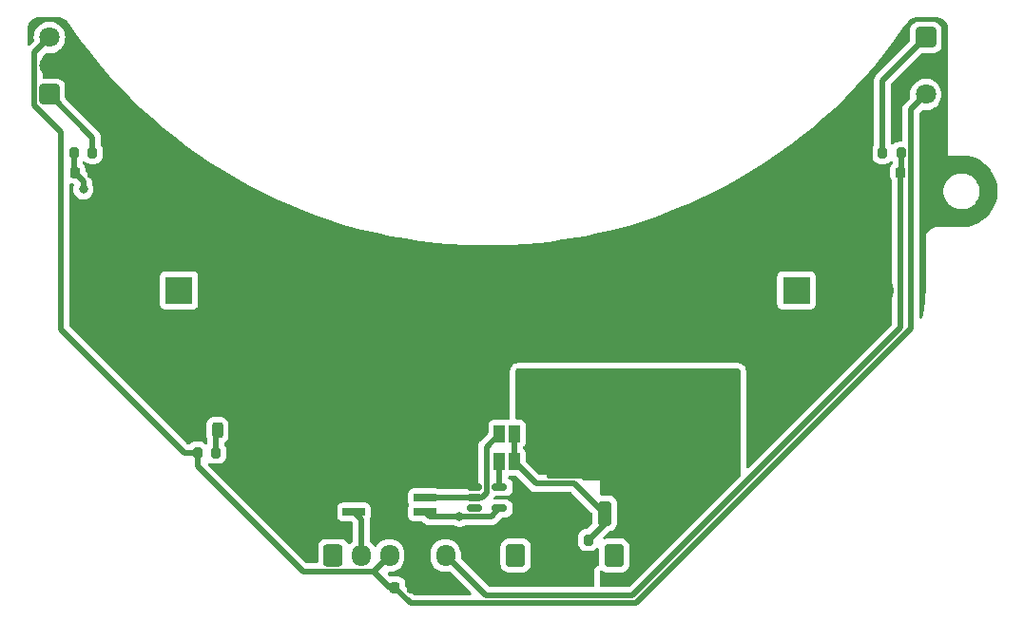
<source format=gbr>
%TF.GenerationSoftware,KiCad,Pcbnew,8.0.1*%
%TF.CreationDate,2024-05-24T22:30:20+09:00*%
%TF.ProjectId,Kicker-20240411,4b69636b-6572-42d3-9230-323430343131,rev?*%
%TF.SameCoordinates,Original*%
%TF.FileFunction,Copper,L2,Bot*%
%TF.FilePolarity,Positive*%
%FSLAX46Y46*%
G04 Gerber Fmt 4.6, Leading zero omitted, Abs format (unit mm)*
G04 Created by KiCad (PCBNEW 8.0.1) date 2024-05-24 22:30:20*
%MOMM*%
%LPD*%
G01*
G04 APERTURE LIST*
G04 Aperture macros list*
%AMRoundRect*
0 Rectangle with rounded corners*
0 $1 Rounding radius*
0 $2 $3 $4 $5 $6 $7 $8 $9 X,Y pos of 4 corners*
0 Add a 4 corners polygon primitive as box body*
4,1,4,$2,$3,$4,$5,$6,$7,$8,$9,$2,$3,0*
0 Add four circle primitives for the rounded corners*
1,1,$1+$1,$2,$3*
1,1,$1+$1,$4,$5*
1,1,$1+$1,$6,$7*
1,1,$1+$1,$8,$9*
0 Add four rect primitives between the rounded corners*
20,1,$1+$1,$2,$3,$4,$5,0*
20,1,$1+$1,$4,$5,$6,$7,0*
20,1,$1+$1,$6,$7,$8,$9,0*
20,1,$1+$1,$8,$9,$2,$3,0*%
G04 Aperture macros list end*
%TA.AperFunction,SMDPad,CuDef*%
%ADD10R,2.000000X0.640000*%
%TD*%
%TA.AperFunction,SMDPad,CuDef*%
%ADD11RoundRect,0.200000X-0.200000X-0.275000X0.200000X-0.275000X0.200000X0.275000X-0.200000X0.275000X0*%
%TD*%
%TA.AperFunction,ComponentPad*%
%ADD12R,2.400000X2.400000*%
%TD*%
%TA.AperFunction,ComponentPad*%
%ADD13C,2.400000*%
%TD*%
%TA.AperFunction,ComponentPad*%
%ADD14RoundRect,0.250000X-0.600000X-0.750000X0.600000X-0.750000X0.600000X0.750000X-0.600000X0.750000X0*%
%TD*%
%TA.AperFunction,ComponentPad*%
%ADD15O,1.700000X2.000000*%
%TD*%
%TA.AperFunction,ComponentPad*%
%ADD16RoundRect,0.250200X-0.649800X0.649800X-0.649800X-0.649800X0.649800X-0.649800X0.649800X0.649800X0*%
%TD*%
%TA.AperFunction,ComponentPad*%
%ADD17C,1.800000*%
%TD*%
%TA.AperFunction,ComponentPad*%
%ADD18RoundRect,0.250000X-0.600000X-0.725000X0.600000X-0.725000X0.600000X0.725000X-0.600000X0.725000X0*%
%TD*%
%TA.AperFunction,ComponentPad*%
%ADD19O,1.700000X1.950000*%
%TD*%
%TA.AperFunction,ComponentPad*%
%ADD20RoundRect,0.250200X0.649800X-0.649800X0.649800X0.649800X-0.649800X0.649800X-0.649800X-0.649800X0*%
%TD*%
%TA.AperFunction,SMDPad,CuDef*%
%ADD21RoundRect,0.225000X-0.225000X-0.250000X0.225000X-0.250000X0.225000X0.250000X-0.225000X0.250000X0*%
%TD*%
%TA.AperFunction,SMDPad,CuDef*%
%ADD22RoundRect,0.250000X0.350000X-0.850000X0.350000X0.850000X-0.350000X0.850000X-0.350000X-0.850000X0*%
%TD*%
%TA.AperFunction,SMDPad,CuDef*%
%ADD23RoundRect,0.250000X1.125000X-1.275000X1.125000X1.275000X-1.125000X1.275000X-1.125000X-1.275000X0*%
%TD*%
%TA.AperFunction,SMDPad,CuDef*%
%ADD24RoundRect,0.249997X2.650003X-2.950003X2.650003X2.950003X-2.650003X2.950003X-2.650003X-2.950003X0*%
%TD*%
%TA.AperFunction,SMDPad,CuDef*%
%ADD25RoundRect,0.200000X0.200000X0.275000X-0.200000X0.275000X-0.200000X-0.275000X0.200000X-0.275000X0*%
%TD*%
%TA.AperFunction,SMDPad,CuDef*%
%ADD26RoundRect,0.243750X-0.243750X-0.456250X0.243750X-0.456250X0.243750X0.456250X-0.243750X0.456250X0*%
%TD*%
%TA.AperFunction,SMDPad,CuDef*%
%ADD27R,1.000000X1.500000*%
%TD*%
%TA.AperFunction,SMDPad,CuDef*%
%ADD28RoundRect,0.225000X0.225000X0.250000X-0.225000X0.250000X-0.225000X-0.250000X0.225000X-0.250000X0*%
%TD*%
%TA.AperFunction,SMDPad,CuDef*%
%ADD29RoundRect,0.150000X-0.512500X-0.150000X0.512500X-0.150000X0.512500X0.150000X-0.512500X0.150000X0*%
%TD*%
%TA.AperFunction,ViaPad*%
%ADD30C,0.800000*%
%TD*%
%TA.AperFunction,Conductor*%
%ADD31C,0.500000*%
%TD*%
G04 APERTURE END LIST*
D10*
%TO.P,PHOTO-C.,1,Anode*%
%TO.N,KickerSignal-main*%
X168100000Y-117770000D03*
%TO.P,PHOTO-C.,3,Cathode*%
%TO.N,GND*%
X168100000Y-115230000D03*
%TO.P,PHOTO-C.,4,GND*%
X174400000Y-115230000D03*
%TO.P,PHOTO-C.,5,VO*%
%TO.N,KickerSignal*%
X174400000Y-116500000D03*
%TO.P,PHOTO-C.,6,VCC*%
%TO.N,+3.3V*%
X174400000Y-117770000D03*
%TD*%
D11*
%TO.P,R2,1*%
%TO.N,+3.3V*%
X154175000Y-112500000D03*
%TO.P,R2,2*%
%TO.N,Net-(D3-A)*%
X155825000Y-112500000D03*
%TD*%
D12*
%TO.P,C3,1*%
%TO.N,KickerPower*%
X152512755Y-98000000D03*
D13*
%TO.P,C3,2*%
%TO.N,GND*%
X145012755Y-98000000D03*
%TD*%
D14*
%TO.P,VIN,1,Pin_1*%
%TO.N,VCC*%
X182500000Y-121650000D03*
D15*
%TO.P,VIN,2,Pin_2*%
%TO.N,GND*%
X185000000Y-121650000D03*
%TD*%
D16*
%TO.P,U3,1,OUT*%
%TO.N,Net-(U3-OUT)*%
X219025000Y-75460000D03*
D17*
%TO.P,U3,2,GND*%
%TO.N,GND*%
X219025000Y-78000000D03*
%TO.P,U3,3,Vs*%
%TO.N,+3.3V*%
X219025000Y-80540000D03*
%TD*%
D18*
%TO.P,TO-MD,1,Pin_1*%
%TO.N,ball02k*%
X166250000Y-121650000D03*
D19*
%TO.P,TO-MD,2,Pin_2*%
%TO.N,KickerSignal-main*%
X168750000Y-121650000D03*
%TO.P,TO-MD,3,Pin_3*%
%TO.N,+3.3V*%
X171250000Y-121650000D03*
%TO.P,TO-MD,4,Pin_4*%
%TO.N,GND*%
X173750000Y-121650000D03*
%TO.P,TO-MD,5,Pin_5*%
%TO.N,ball01k*%
X176250000Y-121650000D03*
%TD*%
D14*
%TO.P,KI.,1,Pin_1*%
%TO.N,KickerPower*%
X191250000Y-121650000D03*
D15*
%TO.P,KI.,2,Pin_2*%
%TO.N,Net-(J3-Pin_2)*%
X193750000Y-121650000D03*
%TD*%
D17*
%TO.P,U4,3,Vs*%
%TO.N,+3.3V*%
X140975000Y-75460000D03*
%TO.P,U4,2,GND*%
%TO.N,GND*%
X140975000Y-78000000D03*
D20*
%TO.P,U4,1,OUT*%
%TO.N,Net-(U4-OUT)*%
X140975000Y-80540000D03*
%TD*%
D12*
%TO.P,C4,1*%
%TO.N,KickerPower*%
X207487246Y-98000000D03*
D13*
%TO.P,C4,2*%
%TO.N,GND*%
X214987246Y-98000000D03*
%TD*%
D21*
%TO.P,C6,1*%
%TO.N,ball02k*%
X143225000Y-87500000D03*
%TO.P,C6,2*%
%TO.N,GND*%
X144775000Y-87500000D03*
%TD*%
D22*
%TO.P,Q1,1,G*%
%TO.N,Net-(JP1-B)*%
X190405000Y-117890000D03*
D23*
%TO.P,Q1,2,D*%
%TO.N,Net-(J3-Pin_2)*%
X186600000Y-113265000D03*
X189650000Y-113265000D03*
D24*
X188125000Y-111590000D03*
D23*
X186600000Y-109915000D03*
X189650000Y-109915000D03*
D22*
%TO.P,Q1,3,S*%
%TO.N,GND*%
X185845000Y-117890000D03*
%TD*%
D25*
%TO.P,R4,1*%
%TO.N,Net-(U4-OUT)*%
X144825000Y-85750000D03*
%TO.P,R4,2*%
%TO.N,ball02k*%
X143175000Y-85750000D03*
%TD*%
D26*
%TO.P,PWR,1,K*%
%TO.N,GND*%
X154062500Y-110500000D03*
%TO.P,PWR,2,A*%
%TO.N,Net-(D3-A)*%
X155937500Y-110500000D03*
%TD*%
D27*
%TO.P,DIR.,1,A*%
%TO.N,KickerSignal*%
X181062500Y-110800000D03*
%TO.P,DIR.,2,B*%
%TO.N,Net-(JP1-B)*%
X182362500Y-110800000D03*
%TD*%
D11*
%TO.P,R3,1*%
%TO.N,Net-(U3-OUT)*%
X215175000Y-85750000D03*
%TO.P,R3,2*%
%TO.N,ball01k*%
X216825000Y-85750000D03*
%TD*%
D21*
%TO.P,C2,1*%
%TO.N,+3.3V*%
X171725000Y-124500000D03*
%TO.P,C2,2*%
%TO.N,GND*%
X173275000Y-124500000D03*
%TD*%
D27*
%TO.P,NOT,1,A*%
%TO.N,Net-(JP2-A)*%
X181062500Y-113300000D03*
%TO.P,NOT,2,B*%
%TO.N,Net-(JP1-B)*%
X182362500Y-113300000D03*
%TD*%
D28*
%TO.P,C5,1*%
%TO.N,ball01k*%
X216775000Y-87500000D03*
%TO.P,C5,2*%
%TO.N,GND*%
X215225000Y-87500000D03*
%TD*%
D29*
%TO.P,NOT,1*%
%TO.N,N/C*%
X178787500Y-117450000D03*
%TO.P,NOT,2*%
%TO.N,KickerSignal*%
X178787500Y-116500000D03*
%TO.P,NOT,3,GND*%
%TO.N,GND*%
X178787500Y-115550000D03*
%TO.P,NOT,4*%
%TO.N,Net-(JP2-A)*%
X181062500Y-115550000D03*
%TO.P,NOT,5,VCC*%
%TO.N,+3.3V*%
X181062500Y-117450000D03*
%TD*%
D25*
%TO.P,R1,1*%
%TO.N,Net-(JP1-B)*%
X188950000Y-120275000D03*
%TO.P,R1,2*%
%TO.N,GND*%
X187300000Y-120275000D03*
%TD*%
D30*
%TO.N,+3.3V*%
X177500000Y-118200000D03*
%TO.N,ball02k*%
X144000000Y-89000000D03*
%TD*%
D31*
%TO.N,+3.3V*%
X139625000Y-76810000D02*
X140975000Y-75460000D01*
X139625000Y-81486766D02*
X139625000Y-76810000D01*
X142015591Y-83877357D02*
X139625000Y-81486766D01*
X153000000Y-112500000D02*
X142015591Y-101515591D01*
X154175000Y-112500000D02*
X153000000Y-112500000D01*
X142015591Y-101515591D02*
X142015591Y-83877357D01*
%TO.N,Net-(U4-OUT)*%
X144825000Y-84390000D02*
X140975000Y-80540000D01*
X144825000Y-85750000D02*
X144825000Y-84390000D01*
%TO.N,+3.3V*%
X217675000Y-81890000D02*
X219025000Y-80540000D01*
X217675000Y-101449682D02*
X217675000Y-81890000D01*
%TO.N,Net-(U3-OUT)*%
X215175000Y-79310000D02*
X219025000Y-75460000D01*
X215175000Y-85750000D02*
X215175000Y-79310000D01*
%TO.N,+3.3V*%
X174830000Y-118200000D02*
X174400000Y-117770000D01*
X180312500Y-118200000D02*
X174830000Y-118200000D01*
X181062500Y-117450000D02*
X180312500Y-118200000D01*
%TO.N,KickerSignal*%
X179900000Y-111962500D02*
X181062500Y-110800000D01*
X179900000Y-116100000D02*
X179900000Y-111962500D01*
X179500000Y-116500000D02*
X179900000Y-116100000D01*
X178787500Y-116500000D02*
X179500000Y-116500000D01*
%TO.N,ball01k*%
X216775000Y-101359732D02*
X216775000Y-87500000D01*
X192913307Y-125221425D02*
X216775000Y-101359732D01*
X179821425Y-125221425D02*
X192913307Y-125221425D01*
X176250000Y-121650000D02*
X179821425Y-125221425D01*
%TO.N,+3.3V*%
X193203257Y-125921425D02*
X217675000Y-101449682D01*
X173146425Y-125921425D02*
X193203257Y-125921425D01*
X171725000Y-124500000D02*
X173146425Y-125921425D01*
%TO.N,ball01k*%
X216825000Y-87450000D02*
X216775000Y-87500000D01*
X216825000Y-85750000D02*
X216825000Y-87450000D01*
%TO.N,+3.3V*%
X163575000Y-123075000D02*
X169825000Y-123075000D01*
X154175000Y-112500000D02*
X154175000Y-113675000D01*
X154175000Y-113675000D02*
X163575000Y-123075000D01*
%TO.N,ball02k*%
X144000000Y-88275000D02*
X143225000Y-87500000D01*
X144000000Y-89000000D02*
X144000000Y-88275000D01*
%TO.N,Net-(D3-A)*%
X155825000Y-110612500D02*
X155937500Y-110500000D01*
X155825000Y-112500000D02*
X155825000Y-110612500D01*
%TO.N,+3.3V*%
X171725000Y-124500000D02*
X171250000Y-124500000D01*
X171250000Y-124500000D02*
X169825000Y-123075000D01*
X169825000Y-123075000D02*
X171250000Y-121650000D01*
%TO.N,ball02k*%
X143175000Y-87450000D02*
X143225000Y-87500000D01*
X143175000Y-85750000D02*
X143175000Y-87450000D01*
%TO.N,KickerSignal-main*%
X168750000Y-121650000D02*
X168750000Y-118420000D01*
X168750000Y-118420000D02*
X168100000Y-117770000D01*
%TO.N,Net-(JP1-B)*%
X184302500Y-115240000D02*
X182362500Y-113300000D01*
X182362500Y-110800000D02*
X182362500Y-113300000D01*
X190405000Y-117890000D02*
X187755000Y-115240000D01*
X188950000Y-120275000D02*
X190405000Y-118820000D01*
X187755000Y-115240000D02*
X184302500Y-115240000D01*
X190405000Y-118820000D02*
X190405000Y-117890000D01*
%TO.N,Net-(JP2-A)*%
X181062500Y-115550000D02*
X181062500Y-113300000D01*
%TO.N,KickerSignal*%
X174400000Y-116500000D02*
X175362500Y-116500000D01*
X178787500Y-116500000D02*
X174400000Y-116500000D01*
%TD*%
%TA.AperFunction,Conductor*%
%TO.N,GND*%
G36*
X141831118Y-73671461D02*
G01*
X141833143Y-73671509D01*
X141916911Y-73673521D01*
X141938039Y-73675853D01*
X142107802Y-73709518D01*
X142130986Y-73716527D01*
X142283002Y-73779285D01*
X142289574Y-73781998D01*
X142310963Y-73793390D01*
X142453779Y-73888449D01*
X142472544Y-73903784D01*
X142595217Y-74025873D01*
X142608932Y-74042088D01*
X142658685Y-74112327D01*
X142660137Y-74114423D01*
X143033861Y-74665718D01*
X143811224Y-75750644D01*
X144607270Y-76794797D01*
X144620405Y-76812025D01*
X145460709Y-77848949D01*
X145460724Y-77848966D01*
X146331393Y-78860500D01*
X147073106Y-79672229D01*
X147231689Y-79845782D01*
X148160807Y-80803935D01*
X149117931Y-81734115D01*
X150102217Y-82635503D01*
X150102226Y-82635511D01*
X151112813Y-83507317D01*
X152148795Y-84348762D01*
X153209250Y-85159096D01*
X153209270Y-85159110D01*
X153209280Y-85159118D01*
X154293333Y-85937674D01*
X155399996Y-86683740D01*
X156528297Y-87396662D01*
X157677242Y-88075811D01*
X158845822Y-88720590D01*
X160033009Y-89330432D01*
X160033030Y-89330442D01*
X161237768Y-89904806D01*
X162458983Y-90443180D01*
X162458996Y-90443185D01*
X162459009Y-90443191D01*
X163695689Y-90945130D01*
X164946710Y-91410175D01*
X165554101Y-91615675D01*
X166210958Y-91837913D01*
X167487349Y-92227978D01*
X167487360Y-92227981D01*
X168774755Y-92580022D01*
X170072024Y-92893733D01*
X170072029Y-92893734D01*
X170072033Y-92893735D01*
X170096159Y-92898817D01*
X171378024Y-93168835D01*
X172691609Y-93405089D01*
X173515697Y-93528199D01*
X174011633Y-93602287D01*
X174945934Y-93713649D01*
X175336901Y-93760250D01*
X176666282Y-93878846D01*
X177998596Y-93957968D01*
X177998598Y-93957968D01*
X177998614Y-93957969D01*
X179332654Y-93997546D01*
X180667330Y-93997546D01*
X180667346Y-93997546D01*
X182001385Y-93957969D01*
X182001399Y-93957968D01*
X182001404Y-93957968D01*
X183333718Y-93878846D01*
X184663099Y-93760250D01*
X185249549Y-93690348D01*
X185988366Y-93602287D01*
X186126952Y-93581583D01*
X187308391Y-93405089D01*
X188621976Y-93168835D01*
X189927976Y-92893733D01*
X191225245Y-92580022D01*
X192512640Y-92227981D01*
X193789029Y-91837917D01*
X195053290Y-91410175D01*
X196304311Y-90945130D01*
X197540991Y-90443191D01*
X198065077Y-90212147D01*
X198762231Y-89904806D01*
X198762235Y-89904803D01*
X198762242Y-89904801D01*
X199966991Y-89330432D01*
X201154178Y-88720590D01*
X202322758Y-88075811D01*
X203471703Y-87396662D01*
X204600004Y-86683740D01*
X205706667Y-85937674D01*
X206790720Y-85159118D01*
X206989506Y-85007218D01*
X207851204Y-84348762D01*
X208522605Y-83803437D01*
X208887200Y-83507306D01*
X209897783Y-82635503D01*
X210882069Y-81734115D01*
X211839193Y-80803935D01*
X212768311Y-79845782D01*
X213325423Y-79236079D01*
X213668606Y-78860500D01*
X213928623Y-78558414D01*
X214539291Y-77848949D01*
X215379595Y-76812025D01*
X216188779Y-75750640D01*
X216966134Y-74665725D01*
X217339923Y-74114332D01*
X217341275Y-74112380D01*
X217391559Y-74041288D01*
X217405516Y-74024813D01*
X217529828Y-73901639D01*
X217548848Y-73886199D01*
X217693731Y-73790682D01*
X217715408Y-73779289D01*
X217876256Y-73714123D01*
X217899733Y-73707219D01*
X218071706Y-73674681D01*
X218093190Y-73672532D01*
X218180647Y-73671435D01*
X218182202Y-73671425D01*
X219998608Y-73671425D01*
X220001413Y-73671457D01*
X220004228Y-73671520D01*
X220087481Y-73673404D01*
X220108854Y-73675754D01*
X220265306Y-73706875D01*
X220279058Y-73709611D01*
X220302319Y-73716667D01*
X220397651Y-73756155D01*
X220453491Y-73779285D01*
X220461333Y-73782533D01*
X220482772Y-73793993D01*
X220625883Y-73889619D01*
X220644673Y-73905040D01*
X220766375Y-74026745D01*
X220781796Y-74045536D01*
X220877418Y-74188649D01*
X220888877Y-74210087D01*
X220954740Y-74369103D01*
X220961796Y-74392366D01*
X220995649Y-74562577D01*
X220997999Y-74583929D01*
X220999969Y-74670093D01*
X221000001Y-74672867D01*
X221000001Y-85971425D01*
X222199170Y-85971425D01*
X222200873Y-85971437D01*
X222373459Y-85973808D01*
X222385638Y-85974575D01*
X222729528Y-86013323D01*
X222743231Y-86015651D01*
X223079791Y-86092469D01*
X223093135Y-86096312D01*
X223418998Y-86210336D01*
X223431834Y-86215653D01*
X223431928Y-86215699D01*
X223742857Y-86365435D01*
X223755025Y-86372160D01*
X224035638Y-86548481D01*
X224047325Y-86555824D01*
X224058663Y-86563869D01*
X224208956Y-86683723D01*
X224328564Y-86779107D01*
X224338932Y-86788373D01*
X224583026Y-87032467D01*
X224592292Y-87042835D01*
X224807528Y-87312733D01*
X224815575Y-87324074D01*
X224999238Y-87616372D01*
X225005964Y-87628542D01*
X225155743Y-87939560D01*
X225161065Y-87952407D01*
X225275084Y-88278255D01*
X225278933Y-88291618D01*
X225355747Y-88628166D01*
X225358076Y-88641874D01*
X225396728Y-88984909D01*
X225397508Y-88998793D01*
X225397508Y-89344006D01*
X225396728Y-89357890D01*
X225358076Y-89700925D01*
X225355747Y-89714633D01*
X225278933Y-90051181D01*
X225275084Y-90064544D01*
X225161065Y-90390392D01*
X225155743Y-90403239D01*
X225005964Y-90714257D01*
X224999238Y-90726427D01*
X224815575Y-91018725D01*
X224807528Y-91030066D01*
X224592292Y-91299964D01*
X224583026Y-91310332D01*
X224338932Y-91554426D01*
X224328564Y-91563692D01*
X224058666Y-91778928D01*
X224047325Y-91786975D01*
X223755027Y-91970638D01*
X223742857Y-91977364D01*
X223431839Y-92127143D01*
X223418992Y-92132465D01*
X223093144Y-92246484D01*
X223079781Y-92250333D01*
X222743233Y-92327147D01*
X222729525Y-92329476D01*
X222385626Y-92368225D01*
X222373480Y-92368993D01*
X222200856Y-92371413D01*
X222199118Y-92371425D01*
X219999990Y-92371425D01*
X219901724Y-92373650D01*
X219708968Y-92411993D01*
X219708964Y-92411994D01*
X219527382Y-92487208D01*
X219527376Y-92487211D01*
X219363964Y-92596402D01*
X219363958Y-92596407D01*
X219224991Y-92735377D01*
X219224987Y-92735382D01*
X219115801Y-92898795D01*
X219115794Y-92898808D01*
X219040587Y-93080385D01*
X219040585Y-93080392D01*
X219002248Y-93273151D01*
X219000001Y-93371442D01*
X219000001Y-98170890D01*
X218999996Y-98171989D01*
X218997503Y-98453175D01*
X218997192Y-98460922D01*
X218957030Y-99022437D01*
X218956084Y-99031239D01*
X218876042Y-99587925D01*
X218874470Y-99596635D01*
X218754922Y-100146181D01*
X218752733Y-100154758D01*
X218668477Y-100441706D01*
X218630703Y-100500484D01*
X218567147Y-100529509D01*
X218497988Y-100519565D01*
X218445184Y-100473810D01*
X218425500Y-100406771D01*
X218425500Y-89297159D01*
X220602467Y-89297159D01*
X220641802Y-89545515D01*
X220719509Y-89784669D01*
X220833669Y-90008718D01*
X220981464Y-90212142D01*
X220981468Y-90212147D01*
X221159278Y-90389957D01*
X221159283Y-90389961D01*
X221336721Y-90518876D01*
X221362711Y-90537759D01*
X221505475Y-90610501D01*
X221586756Y-90651916D01*
X221586758Y-90651916D01*
X221586761Y-90651918D01*
X221714950Y-90693569D01*
X221825910Y-90729623D01*
X222074267Y-90768959D01*
X222325730Y-90768959D01*
X222325735Y-90768959D01*
X222574091Y-90729623D01*
X222621456Y-90714233D01*
X222813241Y-90651918D01*
X223037291Y-90537759D01*
X223240725Y-90389956D01*
X223418532Y-90212149D01*
X223566335Y-90008715D01*
X223680494Y-89784665D01*
X223758199Y-89545515D01*
X223797535Y-89297154D01*
X223800001Y-89171425D01*
X223797535Y-89045696D01*
X223758199Y-88797335D01*
X223680494Y-88558185D01*
X223680492Y-88558182D01*
X223680492Y-88558180D01*
X223633359Y-88465677D01*
X223566335Y-88334135D01*
X223542896Y-88301874D01*
X223418537Y-88130707D01*
X223418533Y-88130702D01*
X223240723Y-87952892D01*
X223240718Y-87952888D01*
X223037294Y-87805093D01*
X223037293Y-87805092D01*
X223037291Y-87805091D01*
X222967323Y-87769440D01*
X222813245Y-87690933D01*
X222574091Y-87613226D01*
X222325735Y-87573891D01*
X222325730Y-87573891D01*
X222074272Y-87573891D01*
X222074267Y-87573891D01*
X221825910Y-87613226D01*
X221586756Y-87690933D01*
X221362707Y-87805093D01*
X221159283Y-87952888D01*
X221159278Y-87952892D01*
X220981468Y-88130702D01*
X220981464Y-88130707D01*
X220833669Y-88334131D01*
X220719509Y-88558180D01*
X220641802Y-88797334D01*
X220602467Y-89045690D01*
X220602467Y-89297159D01*
X218425500Y-89297159D01*
X218425500Y-82252229D01*
X218445185Y-82185190D01*
X218461819Y-82164548D01*
X218526611Y-82099756D01*
X218672638Y-81953728D01*
X218733959Y-81920245D01*
X218780722Y-81919102D01*
X218908951Y-81940500D01*
X218908953Y-81940500D01*
X219141048Y-81940500D01*
X219141049Y-81940500D01*
X219369981Y-81902298D01*
X219589503Y-81826936D01*
X219793626Y-81716470D01*
X219807491Y-81705679D01*
X219855129Y-81668600D01*
X219976784Y-81573913D01*
X220133979Y-81403153D01*
X220260924Y-81208849D01*
X220354157Y-80996300D01*
X220411134Y-80771305D01*
X220430300Y-80540000D01*
X220430300Y-80539993D01*
X220411135Y-80308702D01*
X220411133Y-80308691D01*
X220354157Y-80083699D01*
X220260924Y-79871151D01*
X220133983Y-79676852D01*
X220133980Y-79676849D01*
X220133979Y-79676847D01*
X219976784Y-79506087D01*
X219976779Y-79506083D01*
X219976777Y-79506081D01*
X219793634Y-79363535D01*
X219793628Y-79363531D01*
X219589504Y-79253064D01*
X219589495Y-79253061D01*
X219369984Y-79177702D01*
X219198282Y-79149050D01*
X219141049Y-79139500D01*
X218908951Y-79139500D01*
X218863164Y-79147140D01*
X218680015Y-79177702D01*
X218460504Y-79253061D01*
X218460495Y-79253064D01*
X218256371Y-79363531D01*
X218256365Y-79363535D01*
X218073222Y-79506081D01*
X218073219Y-79506084D01*
X217916016Y-79676852D01*
X217789075Y-79871151D01*
X217695842Y-80083699D01*
X217638866Y-80308691D01*
X217638864Y-80308702D01*
X217619700Y-80539993D01*
X217619700Y-80540006D01*
X217638865Y-80771303D01*
X217640455Y-80777581D01*
X217637829Y-80847401D01*
X217607930Y-80895701D01*
X217092050Y-81411580D01*
X217092044Y-81411588D01*
X217042812Y-81485268D01*
X217042813Y-81485269D01*
X217009921Y-81534496D01*
X217009914Y-81534508D01*
X216953342Y-81671086D01*
X216953340Y-81671092D01*
X216924500Y-81816079D01*
X216924500Y-84650500D01*
X216904815Y-84717539D01*
X216852011Y-84763294D01*
X216800500Y-84774500D01*
X216568384Y-84774500D01*
X216551317Y-84776051D01*
X216497807Y-84780913D01*
X216335393Y-84831522D01*
X216189811Y-84919530D01*
X216189810Y-84919531D01*
X216137181Y-84972161D01*
X216075858Y-85005646D01*
X216006166Y-85000662D01*
X215950233Y-84958790D01*
X215925816Y-84893326D01*
X215925500Y-84884480D01*
X215925500Y-79672229D01*
X215945185Y-79605190D01*
X215961819Y-79584548D01*
X218649548Y-76896819D01*
X218710871Y-76863334D01*
X218737229Y-76860500D01*
X219724822Y-76860500D01*
X219724826Y-76860500D01*
X219827638Y-76849996D01*
X219994220Y-76794797D01*
X220143581Y-76702670D01*
X220267670Y-76578581D01*
X220359797Y-76429220D01*
X220414996Y-76262638D01*
X220425500Y-76159826D01*
X220425500Y-74760174D01*
X220416287Y-74670001D01*
X220414996Y-74657361D01*
X220383588Y-74562577D01*
X220359797Y-74490780D01*
X220267670Y-74341419D01*
X220143581Y-74217330D01*
X219994220Y-74125203D01*
X219961688Y-74114423D01*
X219827638Y-74070003D01*
X219724833Y-74059500D01*
X219724826Y-74059500D01*
X218325174Y-74059500D01*
X218325166Y-74059500D01*
X218222361Y-74070003D01*
X218055782Y-74125202D01*
X218055777Y-74125204D01*
X217906417Y-74217331D01*
X217782331Y-74341417D01*
X217690204Y-74490777D01*
X217690202Y-74490782D01*
X217635003Y-74657361D01*
X217624500Y-74760166D01*
X217624500Y-75747769D01*
X217604815Y-75814808D01*
X217588181Y-75835450D01*
X214592050Y-78831580D01*
X214592044Y-78831588D01*
X214542812Y-78905268D01*
X214542813Y-78905269D01*
X214509921Y-78954496D01*
X214509914Y-78954508D01*
X214453342Y-79091086D01*
X214453340Y-79091092D01*
X214424500Y-79236079D01*
X214424500Y-84997023D01*
X214406617Y-85061173D01*
X214331522Y-85185393D01*
X214280913Y-85347807D01*
X214274500Y-85418386D01*
X214274500Y-86081613D01*
X214280913Y-86152192D01*
X214331522Y-86314606D01*
X214419530Y-86460188D01*
X214539811Y-86580469D01*
X214539813Y-86580470D01*
X214539815Y-86580472D01*
X214685394Y-86668478D01*
X214847804Y-86719086D01*
X214918384Y-86725500D01*
X214918387Y-86725500D01*
X215431613Y-86725500D01*
X215431616Y-86725500D01*
X215502196Y-86719086D01*
X215664606Y-86668478D01*
X215810185Y-86580472D01*
X215834833Y-86555824D01*
X215862819Y-86527839D01*
X215924142Y-86494354D01*
X215993834Y-86499338D01*
X216049767Y-86541210D01*
X216074184Y-86606674D01*
X216074500Y-86615520D01*
X216074500Y-86648126D01*
X216054815Y-86715165D01*
X216038181Y-86735807D01*
X215977032Y-86796955D01*
X215977029Y-86796959D01*
X215888001Y-86941294D01*
X215887996Y-86941305D01*
X215834651Y-87102290D01*
X215824500Y-87201647D01*
X215824500Y-87798337D01*
X215824501Y-87798355D01*
X215834650Y-87897707D01*
X215834651Y-87897710D01*
X215887996Y-88058694D01*
X215888001Y-88058705D01*
X215977029Y-88203040D01*
X215977032Y-88203044D01*
X215988181Y-88214193D01*
X216021666Y-88275516D01*
X216024500Y-88301874D01*
X216024500Y-100997502D01*
X216004815Y-101064541D01*
X215988181Y-101085183D01*
X203217181Y-113856183D01*
X203155858Y-113889668D01*
X203086166Y-113884684D01*
X203030233Y-113842812D01*
X203005816Y-113777348D01*
X203005500Y-113768502D01*
X203005500Y-105124010D01*
X203005500Y-105124000D01*
X202993947Y-105016544D01*
X202982741Y-104965033D01*
X202982637Y-104964722D01*
X202948616Y-104862502D01*
X202948613Y-104862496D01*
X202870828Y-104741462D01*
X202870825Y-104741457D01*
X202870820Y-104741451D01*
X202825076Y-104688659D01*
X202825072Y-104688656D01*
X202825070Y-104688653D01*
X202716336Y-104594433D01*
X202716333Y-104594431D01*
X202716331Y-104594430D01*
X202585465Y-104534664D01*
X202585460Y-104534662D01*
X202585459Y-104534662D01*
X202518420Y-104514977D01*
X202518422Y-104514977D01*
X202518417Y-104514976D01*
X202456347Y-104506052D01*
X202376000Y-104494500D01*
X182624000Y-104494500D01*
X182623991Y-104494500D01*
X182623990Y-104494501D01*
X182516549Y-104506052D01*
X182516537Y-104506054D01*
X182465027Y-104517260D01*
X182362502Y-104551383D01*
X182362496Y-104551386D01*
X182241462Y-104629171D01*
X182241451Y-104629179D01*
X182188659Y-104674923D01*
X182094433Y-104783664D01*
X182094430Y-104783668D01*
X182034664Y-104914534D01*
X182014976Y-104981582D01*
X182009949Y-105016549D01*
X181994502Y-105123990D01*
X181994500Y-105124001D01*
X181994500Y-109425500D01*
X181974815Y-109492539D01*
X181922011Y-109538294D01*
X181870502Y-109549500D01*
X181814630Y-109549500D01*
X181814623Y-109549501D01*
X181755020Y-109555908D01*
X181747474Y-109557692D01*
X181747128Y-109556230D01*
X181686122Y-109560584D01*
X181671100Y-109556172D01*
X181669982Y-109555908D01*
X181610383Y-109549501D01*
X181610381Y-109549500D01*
X181610373Y-109549500D01*
X181610364Y-109549500D01*
X180514629Y-109549500D01*
X180514623Y-109549501D01*
X180455016Y-109555908D01*
X180320171Y-109606202D01*
X180320164Y-109606206D01*
X180204955Y-109692452D01*
X180204952Y-109692455D01*
X180118706Y-109807664D01*
X180118702Y-109807671D01*
X180068408Y-109942517D01*
X180062001Y-110002116D01*
X180062000Y-110002135D01*
X180062000Y-110687770D01*
X180042315Y-110754809D01*
X180025681Y-110775451D01*
X179317049Y-111484082D01*
X179290043Y-111524501D01*
X179290042Y-111524502D01*
X179234919Y-111606998D01*
X179234912Y-111607011D01*
X179178343Y-111743582D01*
X179178340Y-111743592D01*
X179149500Y-111888579D01*
X179149500Y-115575500D01*
X179129815Y-115642539D01*
X179077011Y-115688294D01*
X179025500Y-115699500D01*
X178209298Y-115699500D01*
X178172432Y-115702401D01*
X178172426Y-115702402D01*
X178027267Y-115744576D01*
X177992672Y-115749500D01*
X175698330Y-115749500D01*
X175651314Y-115737498D01*
X175650641Y-115739303D01*
X175507482Y-115685908D01*
X175507483Y-115685908D01*
X175447883Y-115679501D01*
X175447881Y-115679500D01*
X175447873Y-115679500D01*
X175447864Y-115679500D01*
X173352129Y-115679500D01*
X173352123Y-115679501D01*
X173292516Y-115685908D01*
X173157671Y-115736202D01*
X173157664Y-115736206D01*
X173042455Y-115822452D01*
X173042452Y-115822455D01*
X172956206Y-115937664D01*
X172956202Y-115937671D01*
X172905910Y-116072513D01*
X172905909Y-116072517D01*
X172899500Y-116132127D01*
X172899500Y-116132134D01*
X172899500Y-116132135D01*
X172899500Y-116867870D01*
X172899501Y-116867876D01*
X172905908Y-116927483D01*
X172956202Y-117062328D01*
X172960454Y-117070114D01*
X172958823Y-117071004D01*
X172979392Y-117126166D01*
X172964534Y-117194437D01*
X172957188Y-117205866D01*
X172956202Y-117207671D01*
X172907274Y-117338856D01*
X172905909Y-117342517D01*
X172899500Y-117402127D01*
X172899500Y-117402134D01*
X172899500Y-117402135D01*
X172899500Y-118137870D01*
X172899501Y-118137876D01*
X172905908Y-118197483D01*
X172956202Y-118332328D01*
X172956206Y-118332335D01*
X173042452Y-118447544D01*
X173042455Y-118447547D01*
X173157664Y-118533793D01*
X173157671Y-118533797D01*
X173292517Y-118584091D01*
X173292516Y-118584091D01*
X173299444Y-118584835D01*
X173352127Y-118590500D01*
X174107769Y-118590499D01*
X174174808Y-118610183D01*
X174195450Y-118626818D01*
X174351586Y-118782954D01*
X174381058Y-118802645D01*
X174425270Y-118832186D01*
X174474505Y-118865084D01*
X174474506Y-118865084D01*
X174474507Y-118865085D01*
X174474509Y-118865086D01*
X174545251Y-118894388D01*
X174611087Y-118921658D01*
X174611091Y-118921658D01*
X174611092Y-118921659D01*
X174756079Y-118950500D01*
X174756082Y-118950500D01*
X174756083Y-118950500D01*
X174903918Y-118950500D01*
X176960663Y-118950500D01*
X177027702Y-118970185D01*
X177033548Y-118974182D01*
X177047265Y-118984148D01*
X177047270Y-118984151D01*
X177220192Y-119061142D01*
X177220197Y-119061144D01*
X177405354Y-119100500D01*
X177405355Y-119100500D01*
X177594644Y-119100500D01*
X177594646Y-119100500D01*
X177779803Y-119061144D01*
X177952730Y-118984151D01*
X177954776Y-118982664D01*
X177966452Y-118974182D01*
X178032258Y-118950702D01*
X178039337Y-118950500D01*
X180386420Y-118950500D01*
X180483962Y-118931096D01*
X180531413Y-118921658D01*
X180667995Y-118865084D01*
X180717229Y-118832186D01*
X180717234Y-118832183D01*
X180774210Y-118794114D01*
X180790916Y-118782952D01*
X181287048Y-118286818D01*
X181348371Y-118253334D01*
X181374729Y-118250500D01*
X181640686Y-118250500D01*
X181640694Y-118250500D01*
X181677569Y-118247598D01*
X181677571Y-118247597D01*
X181677573Y-118247597D01*
X181719191Y-118235505D01*
X181835398Y-118201744D01*
X181976865Y-118118081D01*
X182093081Y-118001865D01*
X182176744Y-117860398D01*
X182222598Y-117702569D01*
X182225500Y-117665694D01*
X182225500Y-117234306D01*
X182222598Y-117197431D01*
X182221728Y-117194437D01*
X182176745Y-117039606D01*
X182176744Y-117039603D01*
X182176744Y-117039602D01*
X182093081Y-116898135D01*
X182093079Y-116898133D01*
X182093076Y-116898129D01*
X181976870Y-116781923D01*
X181976862Y-116781917D01*
X181835396Y-116698255D01*
X181835393Y-116698254D01*
X181677573Y-116652402D01*
X181677567Y-116652401D01*
X181640701Y-116649500D01*
X181640694Y-116649500D01*
X180667442Y-116649500D01*
X180600403Y-116629815D01*
X180554648Y-116577011D01*
X180544704Y-116507853D01*
X180562622Y-116461088D01*
X180562211Y-116460869D01*
X180563960Y-116457596D01*
X180564337Y-116456613D01*
X180564349Y-116456594D01*
X180565084Y-116455495D01*
X180576867Y-116427047D01*
X180620707Y-116372644D01*
X180687001Y-116350579D01*
X180691428Y-116350500D01*
X181640686Y-116350500D01*
X181640694Y-116350500D01*
X181677569Y-116347598D01*
X181677571Y-116347597D01*
X181677573Y-116347597D01*
X181719191Y-116335505D01*
X181835398Y-116301744D01*
X181976865Y-116218081D01*
X182093081Y-116101865D01*
X182176744Y-115960398D01*
X182216676Y-115822952D01*
X182222597Y-115802573D01*
X182222598Y-115802567D01*
X182225499Y-115765701D01*
X182225500Y-115765694D01*
X182225500Y-115334306D01*
X182222598Y-115297431D01*
X182176744Y-115139602D01*
X182093081Y-114998135D01*
X182093079Y-114998133D01*
X182093076Y-114998129D01*
X181976870Y-114881923D01*
X181976861Y-114881916D01*
X181873879Y-114821013D01*
X181826195Y-114769944D01*
X181813000Y-114714281D01*
X181813000Y-114674499D01*
X181832685Y-114607460D01*
X181885489Y-114561705D01*
X181936996Y-114550499D01*
X182500269Y-114550499D01*
X182567308Y-114570184D01*
X182587950Y-114586818D01*
X183298559Y-115297426D01*
X183719549Y-115718416D01*
X183803700Y-115802567D01*
X183824085Y-115822952D01*
X183946998Y-115905080D01*
X183947011Y-115905087D01*
X184025660Y-115937664D01*
X184083587Y-115961658D01*
X184083591Y-115961658D01*
X184083592Y-115961659D01*
X184228579Y-115990500D01*
X184228582Y-115990500D01*
X187392770Y-115990500D01*
X187459809Y-116010185D01*
X187480451Y-116026819D01*
X189268181Y-117814549D01*
X189301666Y-117875872D01*
X189304500Y-117902230D01*
X189304500Y-118790000D01*
X189304501Y-118790019D01*
X189304920Y-118794114D01*
X189292145Y-118862806D01*
X189269242Y-118894388D01*
X188900451Y-119263181D01*
X188839128Y-119296666D01*
X188812770Y-119299500D01*
X188693384Y-119299500D01*
X188674145Y-119301248D01*
X188622807Y-119305913D01*
X188460393Y-119356522D01*
X188314811Y-119444530D01*
X188194530Y-119564811D01*
X188106522Y-119710393D01*
X188055913Y-119872807D01*
X188050782Y-119929275D01*
X188049500Y-119943384D01*
X188049500Y-120606616D01*
X188050747Y-120620334D01*
X188055913Y-120677192D01*
X188106522Y-120839606D01*
X188194530Y-120985188D01*
X188314811Y-121105469D01*
X188314813Y-121105470D01*
X188314815Y-121105472D01*
X188460394Y-121193478D01*
X188622804Y-121244086D01*
X188693384Y-121250500D01*
X188693387Y-121250500D01*
X189206613Y-121250500D01*
X189206616Y-121250500D01*
X189277196Y-121244086D01*
X189439606Y-121193478D01*
X189585185Y-121105472D01*
X189687820Y-121002836D01*
X189749141Y-120969353D01*
X189818833Y-120974337D01*
X189874767Y-121016208D01*
X189899184Y-121081672D01*
X189899500Y-121090519D01*
X189899500Y-122438928D01*
X189879815Y-122505967D01*
X189842540Y-122543243D01*
X189741462Y-122608202D01*
X189741451Y-122608211D01*
X189688659Y-122653955D01*
X189594433Y-122762696D01*
X189594430Y-122762700D01*
X189534664Y-122893566D01*
X189514976Y-122960614D01*
X189494500Y-123103033D01*
X189494500Y-124346925D01*
X189474815Y-124413964D01*
X189422011Y-124459719D01*
X189370500Y-124470925D01*
X180183654Y-124470925D01*
X180116615Y-124451240D01*
X180095973Y-124434606D01*
X178111368Y-122450001D01*
X181149500Y-122450001D01*
X181149501Y-122450018D01*
X181160000Y-122552796D01*
X181160001Y-122552799D01*
X181193524Y-122653962D01*
X181215186Y-122719334D01*
X181307288Y-122868656D01*
X181431344Y-122992712D01*
X181580666Y-123084814D01*
X181747203Y-123139999D01*
X181849991Y-123150500D01*
X183150008Y-123150499D01*
X183252797Y-123139999D01*
X183419334Y-123084814D01*
X183568656Y-122992712D01*
X183692712Y-122868656D01*
X183784814Y-122719334D01*
X183839999Y-122552797D01*
X183850500Y-122450009D01*
X183850499Y-120849992D01*
X183839999Y-120747203D01*
X183784814Y-120580666D01*
X183692712Y-120431344D01*
X183568656Y-120307288D01*
X183419334Y-120215186D01*
X183252797Y-120160001D01*
X183252795Y-120160000D01*
X183150010Y-120149500D01*
X181849998Y-120149500D01*
X181849981Y-120149501D01*
X181747203Y-120160000D01*
X181747200Y-120160001D01*
X181580668Y-120215185D01*
X181580663Y-120215187D01*
X181431342Y-120307289D01*
X181307289Y-120431342D01*
X181215187Y-120580663D01*
X181215185Y-120580668D01*
X181193797Y-120645213D01*
X181160001Y-120747203D01*
X181160001Y-120747204D01*
X181160000Y-120747204D01*
X181149500Y-120849983D01*
X181149500Y-122450001D01*
X178111368Y-122450001D01*
X177636701Y-121975334D01*
X177603216Y-121914011D01*
X177601328Y-121886160D01*
X177600500Y-121886160D01*
X177600500Y-121418713D01*
X177573857Y-121250500D01*
X177567246Y-121208757D01*
X177501557Y-121006588D01*
X177405051Y-120817184D01*
X177405049Y-120817181D01*
X177405048Y-120817179D01*
X177280109Y-120645213D01*
X177129786Y-120494890D01*
X176957820Y-120369951D01*
X176768414Y-120273444D01*
X176768413Y-120273443D01*
X176768412Y-120273443D01*
X176566243Y-120207754D01*
X176566241Y-120207753D01*
X176566240Y-120207753D01*
X176404957Y-120182208D01*
X176356287Y-120174500D01*
X176143713Y-120174500D01*
X176095042Y-120182208D01*
X175933760Y-120207753D01*
X175731585Y-120273444D01*
X175542179Y-120369951D01*
X175370213Y-120494890D01*
X175219890Y-120645213D01*
X175094951Y-120817179D01*
X174998444Y-121006585D01*
X174932753Y-121208760D01*
X174899500Y-121418713D01*
X174899500Y-121881287D01*
X174932754Y-122091243D01*
X174996743Y-122288181D01*
X174998444Y-122293414D01*
X175094951Y-122482820D01*
X175219890Y-122654786D01*
X175370213Y-122805109D01*
X175542179Y-122930048D01*
X175542181Y-122930049D01*
X175542184Y-122930051D01*
X175731588Y-123026557D01*
X175933757Y-123092246D01*
X176143713Y-123125500D01*
X176143714Y-123125500D01*
X176356286Y-123125500D01*
X176356287Y-123125500D01*
X176559638Y-123093292D01*
X176628931Y-123102247D01*
X176666717Y-123128084D01*
X178497877Y-124959244D01*
X178531362Y-125020567D01*
X178526378Y-125090259D01*
X178484506Y-125146192D01*
X178419042Y-125170609D01*
X178410196Y-125170925D01*
X173508654Y-125170925D01*
X173441615Y-125151240D01*
X173420973Y-125134606D01*
X172711818Y-124425450D01*
X172678333Y-124364127D01*
X172675499Y-124337769D01*
X172675499Y-124201662D01*
X172675498Y-124201644D01*
X172665349Y-124102292D01*
X172665348Y-124102289D01*
X172612003Y-123941303D01*
X172611999Y-123941297D01*
X172611998Y-123941294D01*
X172522970Y-123796959D01*
X172522967Y-123796955D01*
X172403044Y-123677032D01*
X172403040Y-123677029D01*
X172258705Y-123588001D01*
X172258699Y-123587998D01*
X172258697Y-123587997D01*
X172154335Y-123553415D01*
X172097709Y-123534651D01*
X171998346Y-123524500D01*
X171451662Y-123524500D01*
X171451641Y-123524502D01*
X171405215Y-123529244D01*
X171336522Y-123516473D01*
X171304934Y-123493567D01*
X171148548Y-123337181D01*
X171115063Y-123275858D01*
X171120047Y-123206166D01*
X171161919Y-123150233D01*
X171227383Y-123125816D01*
X171236229Y-123125500D01*
X171356286Y-123125500D01*
X171356287Y-123125500D01*
X171566243Y-123092246D01*
X171768412Y-123026557D01*
X171957816Y-122930051D01*
X172008034Y-122893566D01*
X172129786Y-122805109D01*
X172129788Y-122805106D01*
X172129792Y-122805104D01*
X172280104Y-122654792D01*
X172280106Y-122654788D01*
X172280109Y-122654786D01*
X172405048Y-122482820D01*
X172405047Y-122482820D01*
X172405051Y-122482816D01*
X172501557Y-122293412D01*
X172567246Y-122091243D01*
X172600500Y-121881287D01*
X172600500Y-121418713D01*
X172567246Y-121208757D01*
X172501557Y-121006588D01*
X172405051Y-120817184D01*
X172405049Y-120817181D01*
X172405048Y-120817179D01*
X172280109Y-120645213D01*
X172129786Y-120494890D01*
X171957820Y-120369951D01*
X171768414Y-120273444D01*
X171768413Y-120273443D01*
X171768412Y-120273443D01*
X171566243Y-120207754D01*
X171566241Y-120207753D01*
X171566240Y-120207753D01*
X171404957Y-120182208D01*
X171356287Y-120174500D01*
X171143713Y-120174500D01*
X171095042Y-120182208D01*
X170933760Y-120207753D01*
X170731585Y-120273444D01*
X170542179Y-120369951D01*
X170370213Y-120494890D01*
X170219894Y-120645209D01*
X170219890Y-120645214D01*
X170100318Y-120809793D01*
X170044989Y-120852459D01*
X169975375Y-120858438D01*
X169913580Y-120825833D01*
X169899682Y-120809793D01*
X169780109Y-120645214D01*
X169780105Y-120645209D01*
X169629794Y-120494898D01*
X169629788Y-120494893D01*
X169551615Y-120438097D01*
X169508949Y-120382767D01*
X169500500Y-120337779D01*
X169500500Y-118431438D01*
X169520185Y-118364399D01*
X169525234Y-118357126D01*
X169543796Y-118332331D01*
X169594091Y-118197483D01*
X169600500Y-118137873D01*
X169600499Y-117402128D01*
X169594091Y-117342517D01*
X169580413Y-117305845D01*
X169543797Y-117207671D01*
X169543793Y-117207664D01*
X169457547Y-117092455D01*
X169457544Y-117092452D01*
X169342335Y-117006206D01*
X169342328Y-117006202D01*
X169207482Y-116955908D01*
X169207483Y-116955908D01*
X169147883Y-116949501D01*
X169147881Y-116949500D01*
X169147873Y-116949500D01*
X169147864Y-116949500D01*
X167052129Y-116949500D01*
X167052123Y-116949501D01*
X166992516Y-116955908D01*
X166857671Y-117006202D01*
X166857664Y-117006206D01*
X166742455Y-117092452D01*
X166742452Y-117092455D01*
X166656206Y-117207664D01*
X166656202Y-117207671D01*
X166607274Y-117338856D01*
X166605909Y-117342517D01*
X166599500Y-117402127D01*
X166599500Y-117402134D01*
X166599500Y-117402135D01*
X166599500Y-118137870D01*
X166599501Y-118137876D01*
X166605908Y-118197483D01*
X166656202Y-118332328D01*
X166656206Y-118332335D01*
X166742452Y-118447544D01*
X166742455Y-118447547D01*
X166857664Y-118533793D01*
X166857671Y-118533797D01*
X166992517Y-118584091D01*
X166992516Y-118584091D01*
X166999444Y-118584835D01*
X167052127Y-118590500D01*
X167807769Y-118590499D01*
X167874808Y-118610183D01*
X167895450Y-118626818D01*
X167963181Y-118694549D01*
X167996666Y-118755872D01*
X167999500Y-118782230D01*
X167999500Y-120337779D01*
X167979815Y-120404818D01*
X167948385Y-120438097D01*
X167870211Y-120494893D01*
X167731398Y-120633706D01*
X167670075Y-120667190D01*
X167600383Y-120662206D01*
X167544450Y-120620334D01*
X167538178Y-120611120D01*
X167442712Y-120456344D01*
X167318657Y-120332289D01*
X167318656Y-120332288D01*
X167169334Y-120240186D01*
X167002797Y-120185001D01*
X167002795Y-120185000D01*
X166900010Y-120174500D01*
X165599998Y-120174500D01*
X165599981Y-120174501D01*
X165497203Y-120185000D01*
X165497200Y-120185001D01*
X165330668Y-120240185D01*
X165330663Y-120240187D01*
X165181342Y-120332289D01*
X165057289Y-120456342D01*
X164965187Y-120605663D01*
X164965185Y-120605668D01*
X164960325Y-120620334D01*
X164910001Y-120772203D01*
X164910001Y-120772204D01*
X164910000Y-120772204D01*
X164899500Y-120874983D01*
X164899500Y-120874996D01*
X164899501Y-122200500D01*
X164879816Y-122267539D01*
X164827013Y-122313294D01*
X164775501Y-122324500D01*
X163937229Y-122324500D01*
X163870190Y-122304815D01*
X163849548Y-122288181D01*
X155158480Y-113597112D01*
X155124995Y-113535789D01*
X155129979Y-113466097D01*
X155171851Y-113410164D01*
X155237315Y-113385747D01*
X155305588Y-113400599D01*
X155310300Y-113403308D01*
X155335394Y-113418478D01*
X155497804Y-113469086D01*
X155568384Y-113475500D01*
X155568387Y-113475500D01*
X156081613Y-113475500D01*
X156081616Y-113475500D01*
X156152196Y-113469086D01*
X156314606Y-113418478D01*
X156460185Y-113330472D01*
X156580472Y-113210185D01*
X156668478Y-113064606D01*
X156719086Y-112902196D01*
X156725500Y-112831616D01*
X156725500Y-112168384D01*
X156719086Y-112097804D01*
X156668478Y-111935394D01*
X156593382Y-111811171D01*
X156575500Y-111747023D01*
X156575500Y-111656718D01*
X156595185Y-111589679D01*
X156634403Y-111551180D01*
X156646003Y-111544026D01*
X156769026Y-111421003D01*
X156860362Y-111272925D01*
X156915087Y-111107775D01*
X156925500Y-111005848D01*
X156925500Y-109994152D01*
X156915087Y-109892225D01*
X156860362Y-109727075D01*
X156860358Y-109727069D01*
X156860357Y-109727066D01*
X156769028Y-109579000D01*
X156769025Y-109578996D01*
X156646003Y-109455974D01*
X156645999Y-109455971D01*
X156497933Y-109364642D01*
X156497927Y-109364639D01*
X156497925Y-109364638D01*
X156497922Y-109364637D01*
X156332776Y-109309913D01*
X156230855Y-109299500D01*
X156230848Y-109299500D01*
X155644152Y-109299500D01*
X155644144Y-109299500D01*
X155542223Y-109309913D01*
X155377077Y-109364637D01*
X155377066Y-109364642D01*
X155229000Y-109455971D01*
X155228996Y-109455974D01*
X155105974Y-109578996D01*
X155105971Y-109579000D01*
X155014642Y-109727066D01*
X155014637Y-109727077D01*
X154959913Y-109892223D01*
X154949500Y-109994144D01*
X154949500Y-111005855D01*
X154959913Y-111107776D01*
X155014639Y-111272928D01*
X155056038Y-111340044D01*
X155074500Y-111405142D01*
X155074500Y-111634480D01*
X155054815Y-111701519D01*
X155002011Y-111747274D01*
X154932853Y-111757218D01*
X154869297Y-111728193D01*
X154862819Y-111722161D01*
X154810188Y-111669530D01*
X154664606Y-111581522D01*
X154502196Y-111530914D01*
X154502194Y-111530913D01*
X154502192Y-111530913D01*
X154452778Y-111526423D01*
X154431616Y-111524500D01*
X153918384Y-111524500D01*
X153899145Y-111526248D01*
X153847807Y-111530913D01*
X153685393Y-111581522D01*
X153539811Y-111669530D01*
X153539811Y-111669531D01*
X153496163Y-111713180D01*
X153434840Y-111746666D01*
X153408481Y-111749500D01*
X153362229Y-111749500D01*
X153295190Y-111729815D01*
X153274548Y-111713181D01*
X142802410Y-101241042D01*
X142768925Y-101179719D01*
X142766091Y-101153361D01*
X142766091Y-99247870D01*
X150812255Y-99247870D01*
X150812256Y-99247876D01*
X150818663Y-99307483D01*
X150868957Y-99442328D01*
X150868961Y-99442335D01*
X150955207Y-99557544D01*
X150955210Y-99557547D01*
X151070419Y-99643793D01*
X151070426Y-99643797D01*
X151205272Y-99694091D01*
X151205271Y-99694091D01*
X151212199Y-99694835D01*
X151264882Y-99700500D01*
X153760627Y-99700499D01*
X153820238Y-99694091D01*
X153955086Y-99643796D01*
X154070301Y-99557546D01*
X154156551Y-99442331D01*
X154206846Y-99307483D01*
X154213255Y-99247873D01*
X154213255Y-99247870D01*
X205786746Y-99247870D01*
X205786747Y-99247876D01*
X205793154Y-99307483D01*
X205843448Y-99442328D01*
X205843452Y-99442335D01*
X205929698Y-99557544D01*
X205929701Y-99557547D01*
X206044910Y-99643793D01*
X206044917Y-99643797D01*
X206179763Y-99694091D01*
X206179762Y-99694091D01*
X206186690Y-99694835D01*
X206239373Y-99700500D01*
X208735118Y-99700499D01*
X208794729Y-99694091D01*
X208929577Y-99643796D01*
X209044792Y-99557546D01*
X209131042Y-99442331D01*
X209181337Y-99307483D01*
X209187746Y-99247873D01*
X209187745Y-96752128D01*
X209181337Y-96692517D01*
X209131042Y-96557669D01*
X209131041Y-96557668D01*
X209131039Y-96557664D01*
X209044793Y-96442455D01*
X209044790Y-96442452D01*
X208929581Y-96356206D01*
X208929574Y-96356202D01*
X208794728Y-96305908D01*
X208794729Y-96305908D01*
X208735129Y-96299501D01*
X208735127Y-96299500D01*
X208735119Y-96299500D01*
X208735110Y-96299500D01*
X206239375Y-96299500D01*
X206239369Y-96299501D01*
X206179762Y-96305908D01*
X206044917Y-96356202D01*
X206044910Y-96356206D01*
X205929701Y-96442452D01*
X205929698Y-96442455D01*
X205843452Y-96557664D01*
X205843448Y-96557671D01*
X205793154Y-96692517D01*
X205786747Y-96752116D01*
X205786747Y-96752123D01*
X205786746Y-96752135D01*
X205786746Y-99247870D01*
X154213255Y-99247870D01*
X154213254Y-96752128D01*
X154206846Y-96692517D01*
X154156551Y-96557669D01*
X154156550Y-96557668D01*
X154156548Y-96557664D01*
X154070302Y-96442455D01*
X154070299Y-96442452D01*
X153955090Y-96356206D01*
X153955083Y-96356202D01*
X153820237Y-96305908D01*
X153820238Y-96305908D01*
X153760638Y-96299501D01*
X153760636Y-96299500D01*
X153760628Y-96299500D01*
X153760619Y-96299500D01*
X151264884Y-96299500D01*
X151264878Y-96299501D01*
X151205271Y-96305908D01*
X151070426Y-96356202D01*
X151070419Y-96356206D01*
X150955210Y-96442452D01*
X150955207Y-96442455D01*
X150868961Y-96557664D01*
X150868957Y-96557671D01*
X150818663Y-96692517D01*
X150812256Y-96752116D01*
X150812256Y-96752123D01*
X150812255Y-96752135D01*
X150812255Y-99247870D01*
X142766091Y-99247870D01*
X142766091Y-88593856D01*
X142785776Y-88526817D01*
X142838580Y-88481062D01*
X142902693Y-88470498D01*
X142951655Y-88475500D01*
X143052907Y-88475499D01*
X143119945Y-88495183D01*
X143165701Y-88547986D01*
X143175645Y-88617145D01*
X143170838Y-88637817D01*
X143114327Y-88811740D01*
X143114326Y-88811744D01*
X143094540Y-89000000D01*
X143114326Y-89188256D01*
X143114327Y-89188259D01*
X143172818Y-89368277D01*
X143172821Y-89368284D01*
X143267467Y-89532216D01*
X143279442Y-89545515D01*
X143394129Y-89672888D01*
X143547265Y-89784148D01*
X143547270Y-89784151D01*
X143720192Y-89861142D01*
X143720197Y-89861144D01*
X143905354Y-89900500D01*
X143905355Y-89900500D01*
X144094644Y-89900500D01*
X144094646Y-89900500D01*
X144279803Y-89861144D01*
X144452730Y-89784151D01*
X144605871Y-89672888D01*
X144732533Y-89532216D01*
X144827179Y-89368284D01*
X144885674Y-89188256D01*
X144905460Y-89000000D01*
X144885674Y-88811744D01*
X144827179Y-88631716D01*
X144825135Y-88628175D01*
X144767113Y-88527677D01*
X144750500Y-88465677D01*
X144750500Y-88201079D01*
X144730294Y-88099501D01*
X144730294Y-88099500D01*
X144721659Y-88056088D01*
X144668775Y-87928416D01*
X144665084Y-87919505D01*
X144588905Y-87805495D01*
X144582952Y-87796585D01*
X144582951Y-87796584D01*
X144582949Y-87796581D01*
X144211818Y-87425450D01*
X144178333Y-87364127D01*
X144175499Y-87337769D01*
X144175499Y-87201662D01*
X144175498Y-87201644D01*
X144165349Y-87102292D01*
X144165348Y-87102289D01*
X144145647Y-87042835D01*
X144112003Y-86941303D01*
X144111999Y-86941297D01*
X144111998Y-86941294D01*
X144022970Y-86796959D01*
X144022967Y-86796955D01*
X143961819Y-86735807D01*
X143928334Y-86674484D01*
X143925500Y-86648126D01*
X143925500Y-86615520D01*
X143945185Y-86548481D01*
X143997989Y-86502726D01*
X144067147Y-86492782D01*
X144130703Y-86521807D01*
X144137181Y-86527839D01*
X144189811Y-86580469D01*
X144189813Y-86580470D01*
X144189815Y-86580472D01*
X144335394Y-86668478D01*
X144497804Y-86719086D01*
X144568384Y-86725500D01*
X144568387Y-86725500D01*
X145081613Y-86725500D01*
X145081616Y-86725500D01*
X145152196Y-86719086D01*
X145314606Y-86668478D01*
X145460185Y-86580472D01*
X145580472Y-86460185D01*
X145668478Y-86314606D01*
X145719086Y-86152196D01*
X145725500Y-86081616D01*
X145725500Y-85418384D01*
X145719086Y-85347804D01*
X145668478Y-85185394D01*
X145593382Y-85061171D01*
X145575500Y-84997023D01*
X145575500Y-84316079D01*
X145546659Y-84171092D01*
X145546658Y-84171091D01*
X145546658Y-84171087D01*
X145538713Y-84151905D01*
X145490087Y-84034511D01*
X145490080Y-84034498D01*
X145407952Y-83911585D01*
X145407951Y-83911584D01*
X145303416Y-83807049D01*
X142411819Y-80915451D01*
X142378334Y-80854128D01*
X142375500Y-80827770D01*
X142375500Y-79840177D01*
X142375499Y-79840166D01*
X142364996Y-79737361D01*
X142314359Y-79584548D01*
X142309797Y-79570780D01*
X142217670Y-79421419D01*
X142093581Y-79297330D01*
X141944220Y-79205203D01*
X141944217Y-79205202D01*
X141777638Y-79150003D01*
X141674833Y-79139500D01*
X141674826Y-79139500D01*
X140499500Y-79139500D01*
X140432461Y-79119815D01*
X140386706Y-79067011D01*
X140375500Y-79015500D01*
X140375500Y-77172229D01*
X140395185Y-77105190D01*
X140411819Y-77084548D01*
X140622638Y-76873728D01*
X140683959Y-76840245D01*
X140730722Y-76839102D01*
X140858951Y-76860500D01*
X140858953Y-76860500D01*
X141091048Y-76860500D01*
X141091049Y-76860500D01*
X141319981Y-76822298D01*
X141539503Y-76746936D01*
X141743626Y-76636470D01*
X141926784Y-76493913D01*
X142083979Y-76323153D01*
X142210924Y-76128849D01*
X142304157Y-75916300D01*
X142361134Y-75691305D01*
X142380300Y-75460000D01*
X142380300Y-75459993D01*
X142361135Y-75228702D01*
X142361133Y-75228691D01*
X142304157Y-75003699D01*
X142210924Y-74791151D01*
X142083983Y-74596852D01*
X142083980Y-74596849D01*
X142083979Y-74596847D01*
X141926784Y-74426087D01*
X141926779Y-74426083D01*
X141926777Y-74426081D01*
X141743634Y-74283535D01*
X141743628Y-74283531D01*
X141539504Y-74173064D01*
X141539495Y-74173061D01*
X141319984Y-74097702D01*
X141148282Y-74069050D01*
X141091049Y-74059500D01*
X140858951Y-74059500D01*
X140813164Y-74067140D01*
X140630015Y-74097702D01*
X140410504Y-74173061D01*
X140410495Y-74173064D01*
X140206371Y-74283531D01*
X140206365Y-74283535D01*
X140023222Y-74426081D01*
X140023219Y-74426084D01*
X139866016Y-74596852D01*
X139739075Y-74791151D01*
X139645842Y-75003699D01*
X139588866Y-75228691D01*
X139588864Y-75228702D01*
X139569700Y-75459993D01*
X139569700Y-75460006D01*
X139588865Y-75691303D01*
X139590455Y-75697581D01*
X139587829Y-75767401D01*
X139557930Y-75815701D01*
X139211680Y-76161951D01*
X139150357Y-76195436D01*
X139080665Y-76190452D01*
X139024732Y-76148580D01*
X139000315Y-76083116D01*
X138999999Y-76074270D01*
X138999999Y-74672867D01*
X139000032Y-74670001D01*
X139002022Y-74583922D01*
X139004371Y-74562600D01*
X139038226Y-74392376D01*
X139045282Y-74369114D01*
X139080730Y-74283531D01*
X139111146Y-74210095D01*
X139122602Y-74188663D01*
X139122612Y-74188649D01*
X139183378Y-74097702D01*
X139218222Y-74045553D01*
X139233638Y-74026766D01*
X139355350Y-73905050D01*
X139374120Y-73889645D01*
X139517249Y-73794007D01*
X139538664Y-73782561D01*
X139697701Y-73716684D01*
X139720940Y-73709635D01*
X139891158Y-73675777D01*
X139912502Y-73673427D01*
X139998604Y-73671457D01*
X140001441Y-73671425D01*
X141828141Y-73671425D01*
X141831118Y-73671461D01*
G37*
%TD.AperFunction*%
%TD*%
%TA.AperFunction,Conductor*%
%TO.N,Net-(J3-Pin_2)*%
G36*
X202443039Y-105019685D02*
G01*
X202488794Y-105072489D01*
X202500000Y-105124000D01*
X202500000Y-114522002D01*
X202480315Y-114589041D01*
X202463681Y-114609683D01*
X192638758Y-124434606D01*
X192577435Y-124468091D01*
X192551077Y-124470925D01*
X190124000Y-124470925D01*
X190056961Y-124451240D01*
X190011206Y-124398436D01*
X190000000Y-124346925D01*
X190000000Y-123103032D01*
X190019685Y-123035993D01*
X190072489Y-122990238D01*
X190141647Y-122980294D01*
X190189092Y-122997491D01*
X190330666Y-123084814D01*
X190497203Y-123139999D01*
X190599991Y-123150500D01*
X191900008Y-123150499D01*
X192002797Y-123139999D01*
X192169334Y-123084814D01*
X192318656Y-122992712D01*
X192442712Y-122868656D01*
X192534814Y-122719334D01*
X192589999Y-122552797D01*
X192600500Y-122450009D01*
X192600499Y-120849992D01*
X192589999Y-120747203D01*
X192534814Y-120580666D01*
X192442712Y-120431344D01*
X192318656Y-120307288D01*
X192169334Y-120215186D01*
X192002797Y-120160001D01*
X192002795Y-120160000D01*
X191900010Y-120149500D01*
X190599998Y-120149500D01*
X190599981Y-120149501D01*
X190497203Y-120160000D01*
X190497196Y-120160002D01*
X190439225Y-120179212D01*
X190369397Y-120181614D01*
X190309355Y-120145882D01*
X190278163Y-120083361D01*
X190285724Y-120013902D01*
X190312537Y-119973829D01*
X190763635Y-119522731D01*
X190824956Y-119489248D01*
X190838713Y-119487056D01*
X190907797Y-119479999D01*
X191074334Y-119424814D01*
X191223656Y-119332712D01*
X191347712Y-119208656D01*
X191439814Y-119059334D01*
X191494999Y-118892797D01*
X191505500Y-118790009D01*
X191505499Y-116989992D01*
X191494999Y-116887203D01*
X191439814Y-116720666D01*
X191347712Y-116571344D01*
X191223656Y-116447288D01*
X191074334Y-116355186D01*
X190907797Y-116300001D01*
X190907795Y-116300000D01*
X190805016Y-116289500D01*
X190124000Y-116289500D01*
X190056961Y-116269815D01*
X190011206Y-116217011D01*
X190000000Y-116165500D01*
X190000000Y-115000000D01*
X188627730Y-115000000D01*
X188560691Y-114980315D01*
X188540049Y-114963681D01*
X188233421Y-114657052D01*
X188233414Y-114657046D01*
X188159729Y-114607812D01*
X188159729Y-114607813D01*
X188110491Y-114574913D01*
X187973917Y-114518343D01*
X187973907Y-114518340D01*
X187828920Y-114489500D01*
X187828918Y-114489500D01*
X184664729Y-114489500D01*
X184597690Y-114469815D01*
X184577048Y-114453181D01*
X183399318Y-113275450D01*
X183365833Y-113214127D01*
X183362999Y-113187769D01*
X183362999Y-112502129D01*
X183362998Y-112502123D01*
X183356591Y-112442516D01*
X183306297Y-112307671D01*
X183306293Y-112307664D01*
X183220048Y-112192457D01*
X183220046Y-112192454D01*
X183220042Y-112192451D01*
X183162688Y-112149515D01*
X183120818Y-112093581D01*
X183113000Y-112050249D01*
X183113000Y-112049749D01*
X183132685Y-111982710D01*
X183162690Y-111950482D01*
X183220046Y-111907546D01*
X183306296Y-111792331D01*
X183356591Y-111657483D01*
X183363000Y-111597873D01*
X183362999Y-110002128D01*
X183356591Y-109942517D01*
X183306296Y-109807669D01*
X183306295Y-109807668D01*
X183306293Y-109807664D01*
X183220047Y-109692455D01*
X183220044Y-109692452D01*
X183104835Y-109606206D01*
X183104828Y-109606202D01*
X182969982Y-109555908D01*
X182969983Y-109555908D01*
X182910383Y-109549501D01*
X182910381Y-109549500D01*
X182910373Y-109549500D01*
X182910365Y-109549500D01*
X182624000Y-109549500D01*
X182556961Y-109529815D01*
X182511206Y-109477011D01*
X182500000Y-109425500D01*
X182500000Y-105124000D01*
X182519685Y-105056961D01*
X182572489Y-105011206D01*
X182624000Y-105000000D01*
X202376000Y-105000000D01*
X202443039Y-105019685D01*
G37*
%TD.AperFunction*%
%TD*%
M02*

</source>
